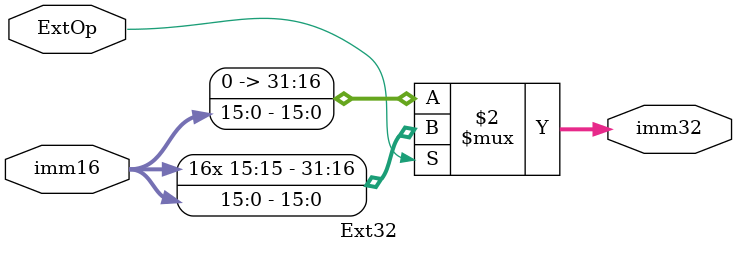
<source format=v>
module CPU_1(
	input wire Reset,
	input wire CLK, 
	output wire [31:0] ALUresult,
	output wire [31:0] PCC,
	output wire [31:0] busA,
	output wire [31:0] busB,
	output wire [31:0] busW,
	output wire [31:0] busB_dealed,
	output wire [5:0] OP,
	output wire [10:0] control,
	output wire [31:0] MemData
);
	// ¿ØÖÆÐÅºÅ
    wire Branch, Jump, RegDst, ALUsrc, MemtoReg, RegWr, MemWr, ExtOp;
    wire [2:0] ALUctr;
    
    // Ö¸ÁîÏà¹ØÐÅºÅ
    wire [15:0] imm16;            // Á¢¼´ÊýÀ©Õ¹Öµ
    wire [31:0] imm32;
    wire [5:0] func;                // ²Ù×÷Âë
    wire [4:0] Rs, Rt, Rd, Rw;       // Ô´¼Ä´æÆ÷¡¢Ä¿±ê¼Ä´æÆ÷µÈ
    // wire [5:0] OP;
    
    wire Overflow, Zero;
    
     // ³ÌÐò¼ÆÊýÆ÷ÐÅºÅ
    // wire [31:0] PC;               // ³ÌÐò¼ÆÊýÆ÷£©
    
    // ´æ´¢ÐÅºÅ
    wire [31:0] MemDataIn;        // ´ýÐ´ÈëµÄÊý¾Ý£¨Êý¾Ý´æ´¢£©
    
    assign control = {Branch, Jump, RegDst, ALUsrc, ALUctr, MemtoReg, RegWr, MemWr, ExtOp};
    
    InstructionFetch IF (
        .CLK(CLK),
        .Branch(Branch),
        .Jump(Jump),
        .Zero(Zero),              // ÓÉALU¿ØÖÆ
        .OP(OP),                  // ²Ù×÷Âë
        .Rs(Rs),                  // Ô´¼Ä´æÆ÷1
        .Rt(Rt),                  // Ô´¼Ä´æÆ÷2
        .Rd(Rd),                  // Ä¿±ê¼Ä´æÆ÷
        .imm16(imm16),    // Êä³öµÄÔ­Ê¼Á¢¼´Êý
		.func(func),
		.reset(reset),
		.PCC(PCC)
    );
    
    Decode decode (
        .OP(OP),                  
        .func(func),              
        .Branch(Branch),         
        .Jump(Jump),             
        .RegDst(RegDst),         
        .ALUsrc(ALUsrc),         
        .ALUctr(ALUctr),         
        .MemtoReg(MemtoReg),     
        .RegWr(RegWr),           
        .MemWr(MemWr),           
        .ExtOp(ExtOp)            
    );
    
    assign RegWr_dealed = RegWr && (~Overflow);
    MUX2to1 mux1(Rt, Rd, RegDst, Rw);
    
    Registers regs (
        .clk(CLK),
        .RegWr(RegWr_dealed),
        .Rw(Rw),
        .Ra(Rs),
        .Rb(Rt),
        .busW(busW),       // Ð´Èë¼Ä´æÆ÷µÄÊý¾ÝÀ´×Ô ALU »òÆäËû
        .busA(busA),                 // ´Ó¼Ä´æÆ÷ÖÐ¶ÁÈ¡µÄÊý¾ÝA
        .busB(busB),                  // ´Ó¼Ä´æÆ÷ÖÐ¶ÁÈ¡µÄÊý¾ÝB
		.reset(reset)
    );
    
    Ext32 ext32(imm16, ExtOp, imm32);
    MUX2to1 mux2(busB, imm32, ALUsrc, busB_dealed);
    ALU alu(
		.A(busA),
		.B(busB_dealed),
		.ALUctr(ALUctr),
		.Result(ALUresult),
		.Zero(Zero),
		.Overflow(Overflow)
		);
		
	 Store store (
        .clk(CLK),
        .WrEn(MemWr),
        .Adr(ALUresult),        // ALU ½á¹û×÷Îª´æ´¢µÄµØÖ·
        .DataIn(busB),              // ¼Ä´æÆ÷ÖÐµÄÊý¾ÝÐ´Èë´æ´¢Æ÷
        .DataOut(MemData)           // Êä³ö´æ´¢µÄÊý¾Ý
    );
    MUX2to1 mux3(ALUresult, MemData, MemtoReg, busW);

	endmodule


module MUX2to1(
	input [31:0] A,
	input [31:0] B,
	input ctr,
	output [31:0] Result);
	assign Result = (ctr == 1'b0) ? A : B;
endmodule

module Ext32(
	input [15:0] imm16,
	input ExtOp,
	output [31:0] imm32
);
	assign imm32 = (ExtOp == 0) ? {16'b0, imm16} : {{16{imm16[15]}}, imm16};
endmodule


</source>
